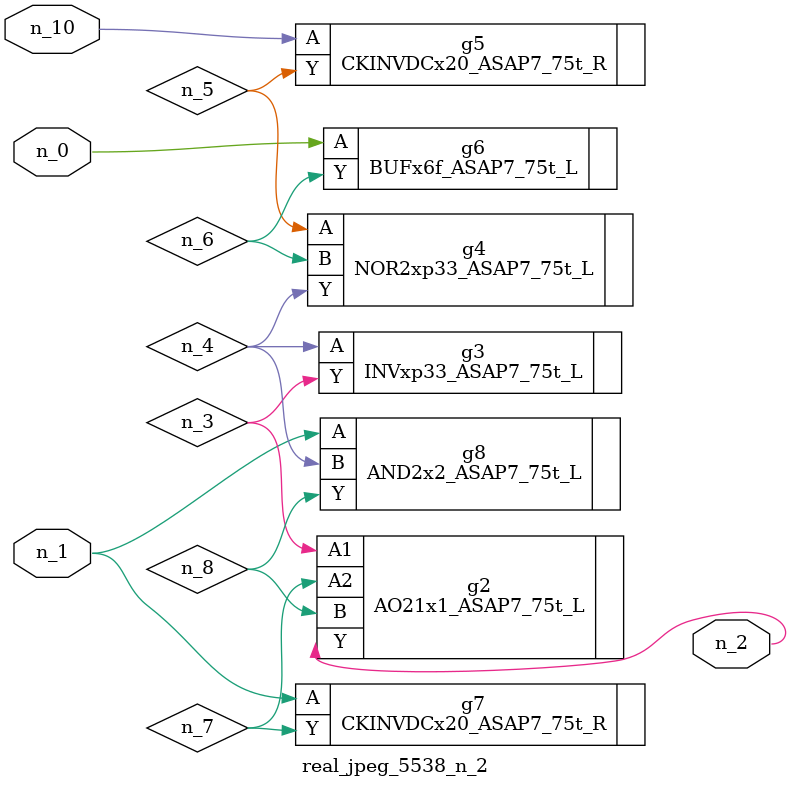
<source format=v>
module real_jpeg_5538_n_2 (n_1, n_10, n_0, n_2);

input n_1;
input n_10;
input n_0;

output n_2;

wire n_5;
wire n_4;
wire n_8;
wire n_6;
wire n_7;
wire n_3;

BUFx6f_ASAP7_75t_L g6 ( 
.A(n_0),
.Y(n_6)
);

CKINVDCx20_ASAP7_75t_R g7 ( 
.A(n_1),
.Y(n_7)
);

AND2x2_ASAP7_75t_L g8 ( 
.A(n_1),
.B(n_4),
.Y(n_8)
);

AO21x1_ASAP7_75t_L g2 ( 
.A1(n_3),
.A2(n_7),
.B(n_8),
.Y(n_2)
);

INVxp33_ASAP7_75t_L g3 ( 
.A(n_4),
.Y(n_3)
);

NOR2xp33_ASAP7_75t_L g4 ( 
.A(n_5),
.B(n_6),
.Y(n_4)
);

CKINVDCx20_ASAP7_75t_R g5 ( 
.A(n_10),
.Y(n_5)
);


endmodule
</source>
